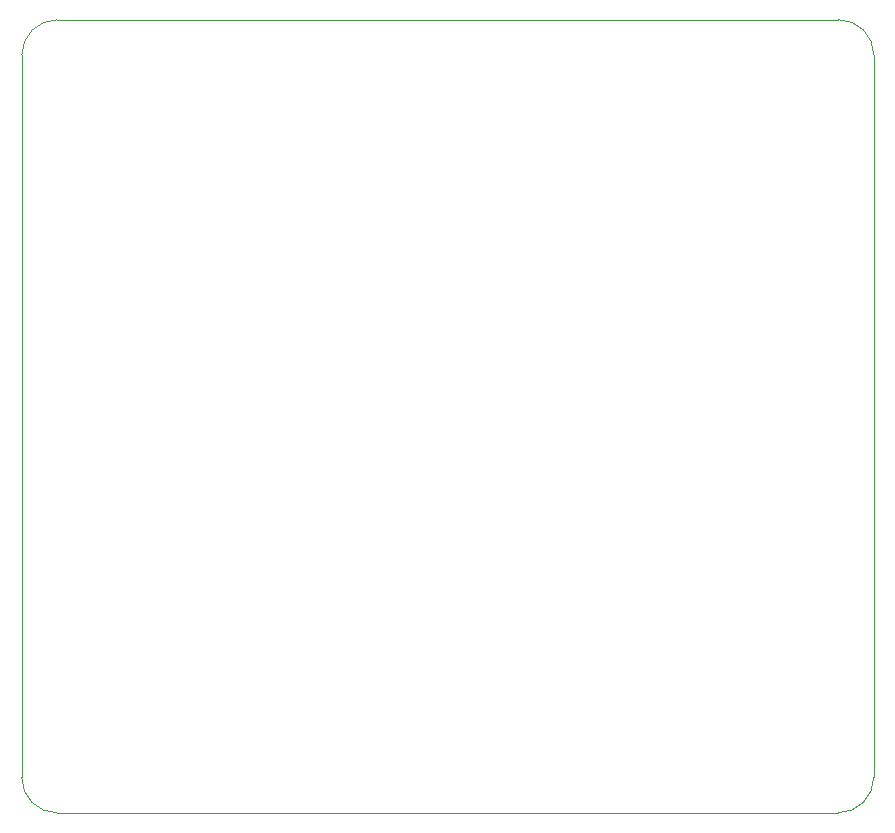
<source format=gm1>
%TF.GenerationSoftware,KiCad,Pcbnew,(6.0.4)*%
%TF.CreationDate,2022-04-04T21:54:52+02:00*%
%TF.ProjectId,MCU_INTERFACE_BOARD,4d43555f-494e-4544-9552-464143455f42,rev?*%
%TF.SameCoordinates,Original*%
%TF.FileFunction,Profile,NP*%
%FSLAX46Y46*%
G04 Gerber Fmt 4.6, Leading zero omitted, Abs format (unit mm)*
G04 Created by KiCad (PCBNEW (6.0.4)) date 2022-04-04 21:54:52*
%MOMM*%
%LPD*%
G01*
G04 APERTURE LIST*
%TA.AperFunction,Profile*%
%ADD10C,0.050000*%
%TD*%
G04 APERTURE END LIST*
D10*
X103320000Y-132080000D02*
X103329984Y-70930000D01*
X172470000Y-135070149D02*
X106320000Y-135080000D01*
X175470149Y-132070000D02*
X175471066Y-70920000D01*
X175471066Y-70920000D02*
G75*
G03*
X172470000Y-67918934I-3001066J0D01*
G01*
X172470000Y-135070149D02*
G75*
G03*
X175470149Y-132070000I0J3000149D01*
G01*
X103320000Y-132080000D02*
G75*
G03*
X106320000Y-135080000I3000000J0D01*
G01*
X106330000Y-67929984D02*
G75*
G03*
X103329984Y-70930000I0J-3000016D01*
G01*
X106330000Y-67929984D02*
X172470000Y-67918934D01*
M02*

</source>
